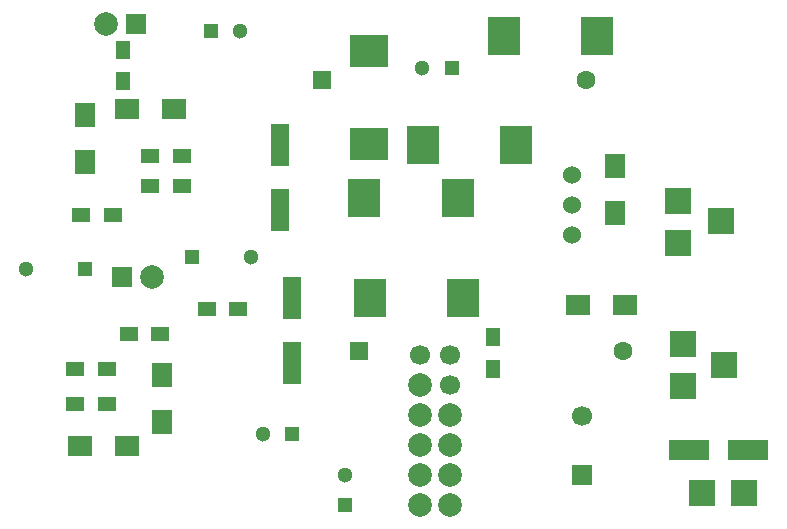
<source format=gts>
G04 #@! TF.FileFunction,Soldermask,Top*
%FSLAX46Y46*%
G04 Gerber Fmt 4.6, Leading zero omitted, Abs format (unit mm)*
G04 Created by KiCad (PCBNEW (2015-04-22 BZR 5620)-product) date 07/05/2015 20:47:49*
%MOMM*%
G01*
G04 APERTURE LIST*
%ADD10C,0.100000*%
%ADD11C,1.700000*%
%ADD12R,1.700000X1.700000*%
%ADD13R,2.235200X2.235200*%
%ADD14R,2.700000X3.200000*%
%ADD15R,3.200000X2.700000*%
%ADD16C,1.300000*%
%ADD17R,1.300000X1.300000*%
%ADD18R,2.000000X1.700000*%
%ADD19R,1.600000X1.600000*%
%ADD20C,1.600000*%
%ADD21R,1.700000X2.000000*%
%ADD22C,1.524000*%
%ADD23R,1.500000X1.300000*%
%ADD24R,1.600200X3.599180*%
%ADD25R,1.300000X1.500000*%
%ADD26R,1.699260X1.699260*%
%ADD27C,1.998980*%
%ADD28C,2.000000*%
%ADD29R,3.500120X1.800860*%
G04 APERTURE END LIST*
D10*
D11*
X146500000Y-110000000D03*
D12*
X146500000Y-115000000D03*
D13*
X155100000Y-103900000D03*
D14*
X136000000Y-91500000D03*
X128100000Y-91500000D03*
D15*
X128500000Y-79050000D03*
X128500000Y-86950000D03*
D14*
X140950000Y-87000000D03*
X133050000Y-87000000D03*
D13*
X155100000Y-107400000D03*
X156700000Y-116500000D03*
X158600000Y-105700000D03*
X158300000Y-93500000D03*
X160220000Y-116490000D03*
X154700000Y-95300000D03*
X154700000Y-91800000D03*
D14*
X136450000Y-100000000D03*
X128550000Y-100000000D03*
D16*
X126500000Y-115000000D03*
D17*
X126500000Y-117500000D03*
D18*
X108000000Y-112500000D03*
X104000000Y-112500000D03*
D19*
X127648000Y-104500000D03*
D20*
X150000000Y-104500000D03*
D19*
X124500000Y-81500000D03*
D20*
X146852000Y-81500000D03*
D21*
X111000000Y-110500000D03*
X111000000Y-106500000D03*
D22*
X145700000Y-94680000D03*
X145700000Y-92140000D03*
X145700000Y-89600000D03*
D17*
X113500000Y-96500000D03*
D16*
X118500000Y-96500000D03*
D23*
X106850000Y-93000000D03*
X104150000Y-93000000D03*
D17*
X104500000Y-97500000D03*
D16*
X99500000Y-97500000D03*
D23*
X108150000Y-103000000D03*
X110850000Y-103000000D03*
D21*
X104500000Y-84500000D03*
X104500000Y-88500000D03*
D16*
X117600000Y-77400000D03*
D17*
X115100000Y-77400000D03*
D18*
X108000000Y-84000000D03*
X112000000Y-84000000D03*
D16*
X133000000Y-80500000D03*
D17*
X135500000Y-80500000D03*
D16*
X119500000Y-111500000D03*
D17*
X122000000Y-111500000D03*
D24*
X121000000Y-92500000D03*
X121000000Y-86998360D03*
X122000000Y-105500000D03*
X122000000Y-99998360D03*
D23*
X112700000Y-90500000D03*
X110000000Y-90500000D03*
X110000000Y-88000000D03*
X112700000Y-88000000D03*
X103650000Y-106000000D03*
X106350000Y-106000000D03*
X106350000Y-109000000D03*
X103650000Y-109000000D03*
D21*
X149300000Y-88800000D03*
X149300000Y-92800000D03*
D18*
X146200000Y-100600000D03*
X150200000Y-100600000D03*
D25*
X139000000Y-106000000D03*
X139000000Y-103300000D03*
D14*
X147850000Y-77800000D03*
X139950000Y-77800000D03*
D25*
X107700000Y-78950000D03*
X107700000Y-81650000D03*
D26*
X108800000Y-76800000D03*
D27*
X106260000Y-76800000D03*
D26*
X107560000Y-98200000D03*
D27*
X110100000Y-98200000D03*
D11*
X132860000Y-104780000D03*
X135400000Y-104780000D03*
D28*
X132860000Y-107320000D03*
D11*
X135400000Y-107320000D03*
D28*
X132860000Y-109860000D03*
X135400000Y-109860000D03*
X132860000Y-112400000D03*
X135400000Y-112400000D03*
X132860000Y-114940000D03*
X135400000Y-114940000D03*
X132860000Y-117480000D03*
X135400000Y-117480000D03*
D23*
X114750000Y-100900000D03*
X117450000Y-100900000D03*
D29*
X155571280Y-112830000D03*
X160570000Y-112830000D03*
M02*

</source>
